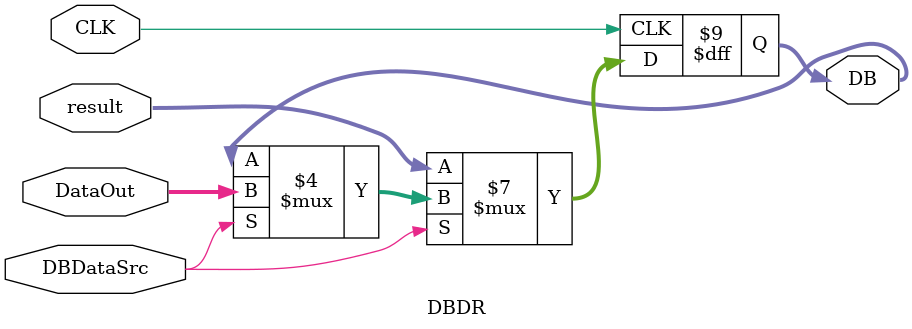
<source format=v>
`timescale 1ns / 1ps


module DBDR(
	input CLK, 
	input DBDataSrc, 
	input [31:0] result, 
	input [31:0] DataOut, 
	output reg [31:0] DB
	);
    
    always@(posedge CLK) begin
        if (DBDataSrc == 0)
            DB <= result;
        else if (DBDataSrc == 1)
            DB <= DataOut;
    end
endmodule

</source>
